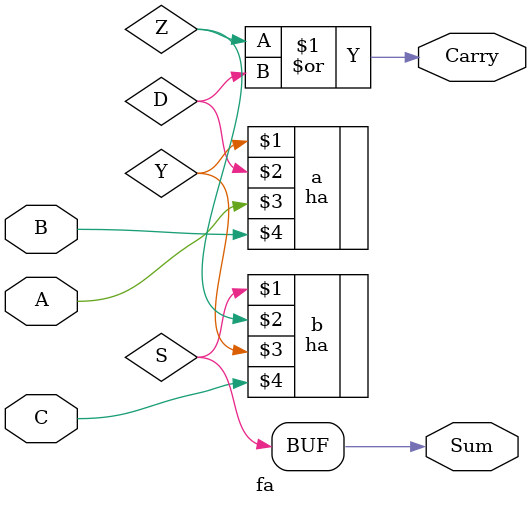
<source format=v>
`include"haha.v"
module fa(output Sum,Carry, input A,B,C);
wire Z,D,Y,S;
ha a(Y,D,A,B);
ha b(S,Z,Y,C);
//finding inputs of the module by previously made functions
assign Sum=S;
assign Carry=Z|D;
endmodule

</source>
